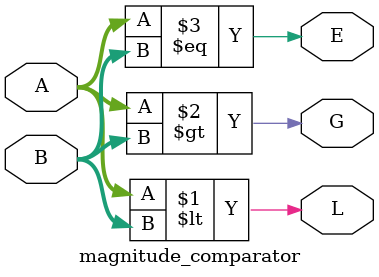
<source format=v>
`timescale 1ns / 1ps
module magnitude_comparator(
	output	L,G,E,
	input		[3:0] A,B
    );

	assign	L = A < B,
				G = A > B,
				E = A == B;

endmodule

</source>
